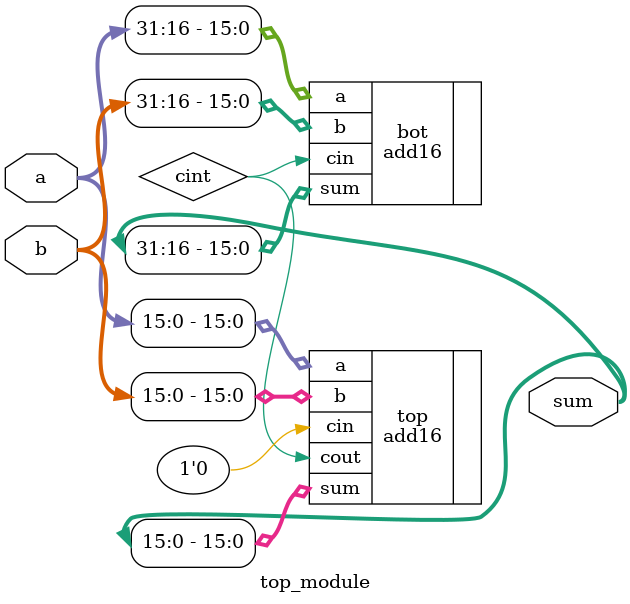
<source format=v>
module top_module(
    input [31:0] a,
    input [31:0] b,
    output [31:0] sum
);
    wire cint;
    add16 top (.a(a[15:0]), .b(b[15:0]),  .cin(1'b0), .cout(cint),	.sum(sum[15:0])   	);
    add16 bot (.a(a[31:16]),.b(b[31:16]), .cin(cint),				.sum(sum[31:16])	);


endmodule

</source>
